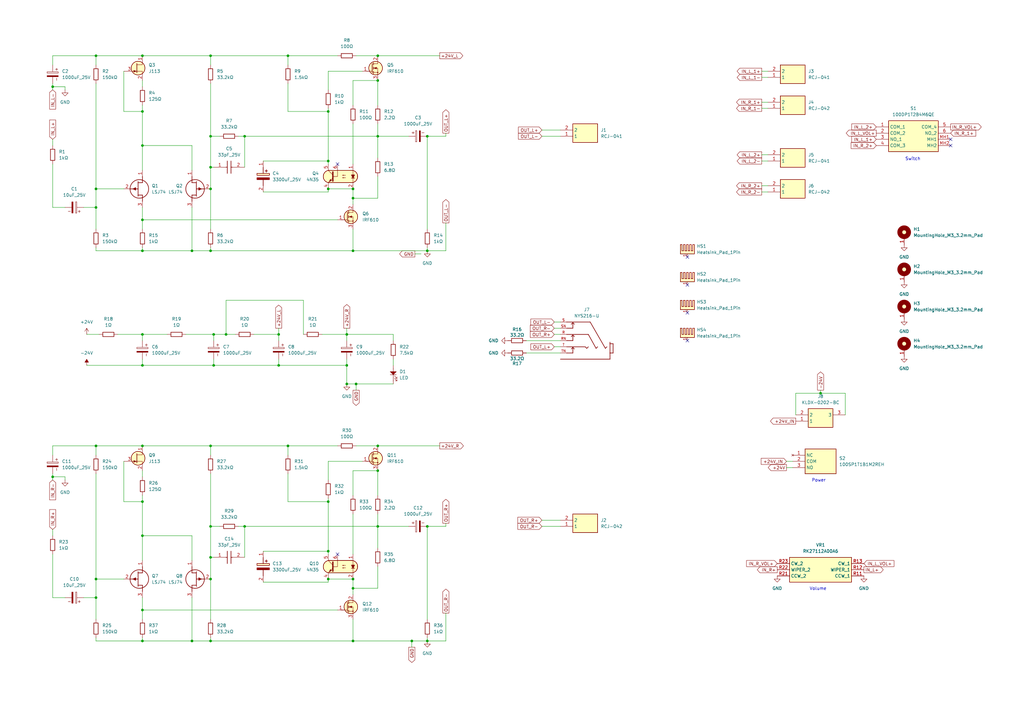
<source format=kicad_sch>
(kicad_sch (version 20231120) (generator "eeschema") (generator_version "8.0")
  (paper "A3")
  (junction (at 39.37 22.86))
  (junction (at 21.59 195.58))
  (junction (at 86.36 228.6))
  (junction (at 21.59 35.56))
  (junction (at 146.05 157.48))
  (junction (at 154.94 33.02))
  (junction (at 58.42 102.87))
  (junction (at 134.62 237.49))
  (junction (at 58.42 137.16))
  (junction (at 175.26 55.88))
  (junction (at 144.78 262.89))
  (junction (at 114.3 137.16))
  (junction (at 86.36 102.87))
  (junction (at 336.55 161.29))
  (junction (at 39.37 237.49))
  (junction (at 39.37 245.11))
  (junction (at 58.42 45.72))
  (junction (at 39.37 77.47))
  (junction (at 58.42 149.86))
  (junction (at 58.42 262.89))
  (junction (at 144.78 77.47))
  (junction (at 144.78 237.49))
  (junction (at 175.26 102.87))
  (junction (at 168.91 262.89))
  (junction (at 154.94 193.04))
  (junction (at 86.36 77.47))
  (junction (at 58.42 90.17))
  (junction (at 114.3 149.86))
  (junction (at 154.94 182.88))
  (junction (at 142.24 149.86))
  (junction (at 175.26 262.89))
  (junction (at 86.36 55.88))
  (junction (at 58.42 22.86))
  (junction (at 86.36 68.58))
  (junction (at 86.36 182.88))
  (junction (at 58.42 205.74))
  (junction (at 142.24 157.48))
  (junction (at 58.42 219.71))
  (junction (at 92.71 137.16))
  (junction (at 154.94 55.88))
  (junction (at 100.33 55.88))
  (junction (at 39.37 182.88))
  (junction (at 39.37 85.09))
  (junction (at 134.62 226.06))
  (junction (at 87.63 137.16))
  (junction (at 78.74 102.87))
  (junction (at 86.36 215.9))
  (junction (at 175.26 215.9))
  (junction (at 78.74 262.89))
  (junction (at 154.94 22.86))
  (junction (at 58.42 182.88))
  (junction (at 154.94 215.9))
  (junction (at 58.42 250.19))
  (junction (at 134.62 205.74))
  (junction (at 134.62 77.47))
  (junction (at 86.36 237.49))
  (junction (at 86.36 22.86))
  (junction (at 144.78 102.87))
  (junction (at 58.42 59.69))
  (junction (at 87.63 149.86))
  (junction (at 118.11 182.88))
  (junction (at 134.62 45.72))
  (junction (at 142.24 137.16))
  (junction (at 144.78 81.28))
  (junction (at 118.11 22.86))
  (junction (at 86.36 262.89))
  (junction (at 100.33 215.9))
  (junction (at 144.78 241.3))
  (junction (at 134.62 66.04))
  (no_connect (at 138.43 67.31))
  (no_connect (at 138.43 227.33))
  (no_connect (at 389.89 59.69))
  (no_connect (at 281.94 139.7))
  (no_connect (at 281.94 105.41))
  (no_connect (at 281.94 116.84))
  (no_connect (at 281.94 128.27))
  (no_connect (at 389.89 57.15))
  (wire (pts (xy 144.78 102.87) (xy 86.36 102.87)))
  (wire (pts (xy 87.63 137.16) (xy 92.71 137.16)))
  (wire (pts (xy 222.25 55.88) (xy 229.87 55.88)))
  (wire (pts (xy 154.94 33.02) (xy 154.94 43.18)))
  (wire (pts (xy 50.8 29.21) (xy 50.8 45.72)))
  (wire (pts (xy 21.59 22.86) (xy 21.59 26.67)))
  (wire (pts (xy 100.33 215.9) (xy 154.94 215.9)))
  (wire (pts (xy 86.36 55.88) (xy 86.36 68.58)))
  (wire (pts (xy 326.39 161.29) (xy 326.39 170.18)))
  (wire (pts (xy 144.78 102.87) (xy 175.26 102.87)))
  (wire (pts (xy 21.59 57.15) (xy 21.59 59.69)))
  (wire (pts (xy 21.59 217.17) (xy 21.59 219.71)))
  (wire (pts (xy 86.36 261.62) (xy 86.36 262.89)))
  (wire (pts (xy 58.42 205.74) (xy 58.42 219.71)))
  (wire (pts (xy 21.59 35.56) (xy 26.67 35.56)))
  (wire (pts (xy 144.78 210.82) (xy 144.78 227.33)))
  (wire (pts (xy 142.24 137.16) (xy 161.29 137.16)))
  (wire (pts (xy 86.36 186.69) (xy 86.36 182.88)))
  (wire (pts (xy 50.8 205.74) (xy 58.42 205.74)))
  (wire (pts (xy 312.42 76.2) (xy 314.96 76.2)))
  (wire (pts (xy 154.94 50.8) (xy 154.94 55.88)))
  (wire (pts (xy 134.62 45.72) (xy 134.62 66.04)))
  (wire (pts (xy 39.37 34.29) (xy 39.37 77.47)))
  (wire (pts (xy 146.05 157.48) (xy 146.05 160.02)))
  (wire (pts (xy 58.42 45.72) (xy 58.42 59.69)))
  (wire (pts (xy 154.94 232.41) (xy 154.94 241.3)))
  (wire (pts (xy 134.62 237.49) (xy 144.78 237.49)))
  (wire (pts (xy 58.42 219.71) (xy 58.42 229.87)))
  (wire (pts (xy 144.78 81.28) (xy 154.94 81.28)))
  (wire (pts (xy 39.37 22.86) (xy 39.37 26.67)))
  (wire (pts (xy 26.67 195.58) (xy 26.67 196.85)))
  (wire (pts (xy 39.37 77.47) (xy 39.37 85.09)))
  (wire (pts (xy 312.42 63.5) (xy 314.96 63.5)))
  (wire (pts (xy 144.78 254) (xy 144.78 262.89)))
  (wire (pts (xy 107.95 78.74) (xy 134.62 78.74)))
  (wire (pts (xy 87.63 68.58) (xy 86.36 68.58)))
  (wire (pts (xy 144.78 33.02) (xy 154.94 33.02)))
  (wire (pts (xy 21.59 34.29) (xy 21.59 35.56)))
  (wire (pts (xy 78.74 219.71) (xy 58.42 219.71)))
  (wire (pts (xy 58.42 33.02) (xy 58.42 35.56)))
  (wire (pts (xy 161.29 147.32) (xy 161.29 149.86)))
  (wire (pts (xy 154.94 215.9) (xy 167.64 215.9)))
  (wire (pts (xy 227.33 134.62) (xy 229.87 134.62)))
  (wire (pts (xy 182.88 55.88) (xy 175.26 55.88)))
  (wire (pts (xy 86.36 101.6) (xy 86.36 102.87)))
  (wire (pts (xy 175.26 55.88) (xy 175.26 93.98)))
  (wire (pts (xy 68.58 137.16) (xy 58.42 137.16)))
  (wire (pts (xy 346.71 170.18) (xy 346.71 161.29)))
  (wire (pts (xy 21.59 182.88) (xy 39.37 182.88)))
  (wire (pts (xy 312.42 41.91) (xy 314.96 41.91)))
  (wire (pts (xy 114.3 137.16) (xy 114.3 139.7)))
  (wire (pts (xy 142.24 149.86) (xy 114.3 149.86)))
  (wire (pts (xy 58.42 85.09) (xy 58.42 90.17)))
  (wire (pts (xy 134.62 36.83) (xy 134.62 29.21)))
  (wire (pts (xy 134.62 77.47) (xy 144.78 77.47)))
  (wire (pts (xy 134.62 238.76) (xy 134.62 237.49)))
  (wire (pts (xy 154.94 215.9) (xy 154.94 224.79)))
  (wire (pts (xy 58.42 250.19) (xy 58.42 254)))
  (wire (pts (xy 154.94 193.04) (xy 154.94 203.2)))
  (wire (pts (xy 78.74 229.87) (xy 78.74 219.71)))
  (wire (pts (xy 118.11 205.74) (xy 134.62 205.74)))
  (wire (pts (xy 86.36 237.49) (xy 86.36 254)))
  (wire (pts (xy 21.59 194.31) (xy 21.59 195.58)))
  (wire (pts (xy 76.2 137.16) (xy 87.63 137.16)))
  (wire (pts (xy 144.78 262.89) (xy 86.36 262.89)))
  (wire (pts (xy 132.08 137.16) (xy 142.24 137.16)))
  (wire (pts (xy 58.42 137.16) (xy 48.26 137.16)))
  (wire (pts (xy 146.05 182.88) (xy 154.94 182.88)))
  (wire (pts (xy 175.26 101.6) (xy 175.26 102.87)))
  (wire (pts (xy 114.3 134.62) (xy 114.3 137.16)))
  (wire (pts (xy 39.37 182.88) (xy 58.42 182.88)))
  (wire (pts (xy 39.37 102.87) (xy 58.42 102.87)))
  (wire (pts (xy 86.36 34.29) (xy 86.36 55.88)))
  (wire (pts (xy 86.36 194.31) (xy 86.36 215.9)))
  (wire (pts (xy 78.74 69.85) (xy 78.74 59.69)))
  (wire (pts (xy 21.59 85.09) (xy 26.67 85.09)))
  (wire (pts (xy 161.29 137.16) (xy 161.29 139.7)))
  (wire (pts (xy 144.78 241.3) (xy 144.78 243.84)))
  (wire (pts (xy 118.11 194.31) (xy 118.11 205.74)))
  (wire (pts (xy 92.71 137.16) (xy 96.52 137.16)))
  (wire (pts (xy 168.91 262.89) (xy 168.91 265.43)))
  (wire (pts (xy 86.36 182.88) (xy 118.11 182.88)))
  (wire (pts (xy 322.58 191.77) (xy 325.12 191.77)))
  (wire (pts (xy 144.78 43.18) (xy 144.78 33.02)))
  (wire (pts (xy 312.42 78.74) (xy 314.96 78.74)))
  (wire (pts (xy 144.78 93.98) (xy 144.78 102.87)))
  (wire (pts (xy 175.26 261.62) (xy 175.26 262.89)))
  (wire (pts (xy 21.59 22.86) (xy 39.37 22.86)))
  (wire (pts (xy 58.42 90.17) (xy 138.43 90.17)))
  (wire (pts (xy 346.71 161.29) (xy 336.55 161.29)))
  (wire (pts (xy 114.3 149.86) (xy 87.63 149.86)))
  (wire (pts (xy 227.33 142.24) (xy 229.87 142.24)))
  (wire (pts (xy 134.62 205.74) (xy 134.62 226.06)))
  (wire (pts (xy 97.79 55.88) (xy 100.33 55.88)))
  (wire (pts (xy 39.37 102.87) (xy 39.37 101.6)))
  (wire (pts (xy 100.33 68.58) (xy 100.33 55.88)))
  (wire (pts (xy 21.59 227.33) (xy 21.59 245.11)))
  (wire (pts (xy 21.59 182.88) (xy 21.59 186.69)))
  (wire (pts (xy 134.62 78.74) (xy 134.62 77.47)))
  (wire (pts (xy 182.88 91.44) (xy 182.88 102.87)))
  (wire (pts (xy 86.36 26.67) (xy 86.36 22.86)))
  (wire (pts (xy 134.62 189.23) (xy 148.59 189.23)))
  (wire (pts (xy 154.94 182.88) (xy 180.34 182.88)))
  (wire (pts (xy 78.74 85.09) (xy 78.74 102.87)))
  (wire (pts (xy 144.78 193.04) (xy 154.94 193.04)))
  (wire (pts (xy 58.42 137.16) (xy 58.42 139.7)))
  (wire (pts (xy 90.17 55.88) (xy 86.36 55.88)))
  (wire (pts (xy 39.37 262.89) (xy 58.42 262.89)))
  (wire (pts (xy 134.62 204.47) (xy 134.62 205.74)))
  (wire (pts (xy 182.88 251.46) (xy 182.88 262.89)))
  (wire (pts (xy 146.05 157.48) (xy 142.24 157.48)))
  (wire (pts (xy 86.36 68.58) (xy 86.36 77.47)))
  (wire (pts (xy 39.37 262.89) (xy 39.37 261.62)))
  (wire (pts (xy 34.29 245.11) (xy 39.37 245.11)))
  (wire (pts (xy 58.42 101.6) (xy 58.42 102.87)))
  (wire (pts (xy 172.72 104.14) (xy 170.18 104.14)))
  (wire (pts (xy 144.78 241.3) (xy 154.94 241.3)))
  (wire (pts (xy 154.94 55.88) (xy 167.64 55.88)))
  (wire (pts (xy 90.17 215.9) (xy 86.36 215.9)))
  (wire (pts (xy 58.42 182.88) (xy 86.36 182.88)))
  (wire (pts (xy 58.42 102.87) (xy 78.74 102.87)))
  (wire (pts (xy 144.78 77.47) (xy 144.78 81.28)))
  (wire (pts (xy 78.74 102.87) (xy 86.36 102.87)))
  (wire (pts (xy 86.36 77.47) (xy 86.36 93.98)))
  (wire (pts (xy 21.59 67.31) (xy 21.59 85.09)))
  (wire (pts (xy 124.46 123.19) (xy 92.71 123.19)))
  (wire (pts (xy 35.56 137.16) (xy 40.64 137.16)))
  (wire (pts (xy 58.42 43.18) (xy 58.42 45.72)))
  (wire (pts (xy 58.42 90.17) (xy 58.42 93.98)))
  (wire (pts (xy 142.24 137.16) (xy 142.24 139.7)))
  (wire (pts (xy 118.11 22.86) (xy 138.43 22.86)))
  (wire (pts (xy 107.95 66.04) (xy 134.62 66.04)))
  (wire (pts (xy 26.67 35.56) (xy 26.67 36.83)))
  (wire (pts (xy 154.94 22.86) (xy 180.34 22.86)))
  (wire (pts (xy 34.29 85.09) (xy 39.37 85.09)))
  (wire (pts (xy 142.24 157.48) (xy 142.24 149.86)))
  (wire (pts (xy 58.42 262.89) (xy 78.74 262.89)))
  (wire (pts (xy 144.78 203.2) (xy 144.78 193.04)))
  (wire (pts (xy 87.63 149.86) (xy 58.42 149.86)))
  (wire (pts (xy 227.33 137.16) (xy 229.87 137.16)))
  (wire (pts (xy 87.63 147.32) (xy 87.63 149.86)))
  (wire (pts (xy 39.37 237.49) (xy 50.8 237.49)))
  (wire (pts (xy 118.11 186.69) (xy 118.11 182.88)))
  (wire (pts (xy 100.33 55.88) (xy 154.94 55.88)))
  (wire (pts (xy 134.62 29.21) (xy 148.59 29.21)))
  (wire (pts (xy 50.8 45.72) (xy 58.42 45.72)))
  (wire (pts (xy 39.37 85.09) (xy 39.37 93.98)))
  (wire (pts (xy 78.74 245.11) (xy 78.74 262.89)))
  (wire (pts (xy 222.25 215.9) (xy 229.87 215.9)))
  (wire (pts (xy 154.94 210.82) (xy 154.94 215.9)))
  (wire (pts (xy 39.37 194.31) (xy 39.37 237.49)))
  (wire (pts (xy 39.37 22.86) (xy 58.42 22.86)))
  (wire (pts (xy 86.36 22.86) (xy 118.11 22.86)))
  (wire (pts (xy 154.94 55.88) (xy 154.94 64.77)))
  (wire (pts (xy 215.9 144.78) (xy 229.87 144.78)))
  (wire (pts (xy 39.37 77.47) (xy 50.8 77.47)))
  (wire (pts (xy 182.88 214.63) (xy 182.88 215.9)))
  (wire (pts (xy 144.78 262.89) (xy 168.91 262.89)))
  (wire (pts (xy 134.62 196.85) (xy 134.62 189.23)))
  (wire (pts (xy 168.91 262.89) (xy 175.26 262.89)))
  (wire (pts (xy 78.74 262.89) (xy 86.36 262.89)))
  (wire (pts (xy 134.62 226.06) (xy 134.62 227.33)))
  (wire (pts (xy 100.33 228.6) (xy 100.33 215.9)))
  (wire (pts (xy 21.59 35.56) (xy 21.59 36.83)))
  (wire (pts (xy 182.88 215.9) (xy 175.26 215.9)))
  (wire (pts (xy 144.78 50.8) (xy 144.78 67.31)))
  (wire (pts (xy 58.42 261.62) (xy 58.42 262.89)))
  (wire (pts (xy 21.59 245.11) (xy 26.67 245.11)))
  (wire (pts (xy 215.9 139.7) (xy 229.87 139.7)))
  (wire (pts (xy 144.78 81.28) (xy 144.78 83.82)))
  (wire (pts (xy 146.05 22.86) (xy 154.94 22.86)))
  (wire (pts (xy 312.42 66.04) (xy 314.96 66.04)))
  (wire (pts (xy 182.88 54.61) (xy 182.88 55.88)))
  (wire (pts (xy 86.36 228.6) (xy 86.36 237.49)))
  (wire (pts (xy 134.62 66.04) (xy 134.62 67.31)))
  (wire (pts (xy 107.95 238.76) (xy 134.62 238.76)))
  (wire (pts (xy 222.25 213.36) (xy 229.87 213.36)))
  (wire (pts (xy 118.11 26.67) (xy 118.11 22.86)))
  (wire (pts (xy 161.29 157.48) (xy 146.05 157.48)))
  (wire (pts (xy 39.37 182.88) (xy 39.37 186.69)))
  (wire (pts (xy 58.42 59.69) (xy 58.42 69.85)))
  (wire (pts (xy 124.46 137.16) (xy 124.46 123.19)))
  (wire (pts (xy 114.3 147.32) (xy 114.3 149.86)))
  (wire (pts (xy 58.42 203.2) (xy 58.42 205.74)))
  (wire (pts (xy 58.42 22.86) (xy 86.36 22.86)))
  (wire (pts (xy 87.63 228.6) (xy 86.36 228.6)))
  (wire (pts (xy 142.24 147.32) (xy 142.24 149.86)))
  (wire (pts (xy 92.71 123.19) (xy 92.71 137.16)))
  (wire (pts (xy 227.33 132.08) (xy 229.87 132.08)))
  (wire (pts (xy 142.24 134.62) (xy 142.24 137.16)))
  (wire (pts (xy 175.26 215.9) (xy 175.26 254)))
  (wire (pts (xy 118.11 182.88) (xy 138.43 182.88)))
  (wire (pts (xy 154.94 72.39) (xy 154.94 81.28)))
  (wire (pts (xy 39.37 245.11) (xy 39.37 254)))
  (wire (pts (xy 312.42 44.45) (xy 314.96 44.45)))
  (wire (pts (xy 322.58 189.23) (xy 325.12 189.23)))
  (wire (pts (xy 222.25 53.34) (xy 229.87 53.34)))
  (wire (pts (xy 35.56 149.86) (xy 58.42 149.86)))
  (wire (pts (xy 312.42 29.21) (xy 314.96 29.21)))
  (wire (pts (xy 39.37 237.49) (xy 39.37 245.11)))
  (wire (pts (xy 336.55 161.29) (xy 326.39 161.29)))
  (wire (pts (xy 78.74 59.69) (xy 58.42 59.69)))
  (wire (pts (xy 104.14 137.16) (xy 114.3 137.16)))
  (wire (pts (xy 134.62 44.45) (xy 134.62 45.72)))
  (wire (pts (xy 58.42 245.11) (xy 58.42 250.19)))
  (wire (pts (xy 97.79 215.9) (xy 100.33 215.9)))
  (wire (pts (xy 336.55 160.02) (xy 336.55 161.29)))
  (wire (pts (xy 21.59 195.58) (xy 21.59 196.85)))
  (wire (pts (xy 175.26 262.89) (xy 182.88 262.89)))
  (wire (pts (xy 58.42 193.04) (xy 58.42 195.58)))
  (wire (pts (xy 21.59 195.58) (xy 26.67 195.58)))
  (wire (pts (xy 58.42 250.19) (xy 138.43 250.19)))
  (wire (pts (xy 50.8 189.23) (xy 50.8 205.74)))
  (wire (pts (xy 86.36 215.9) (xy 86.36 228.6)))
  (wire (pts (xy 107.95 226.06) (xy 134.62 226.06)))
  (wire (pts (xy 312.42 31.75) (xy 314.96 31.75)))
  (wire (pts (xy 144.78 237.49) (xy 144.78 241.3)))
  (wire (pts (xy 58.42 147.32) (xy 58.42 149.86)))
  (wire (pts (xy 87.63 139.7) (xy 87.63 137.16)))
  (wire (pts (xy 118.11 45.72) (xy 134.62 45.72)))
  (wire (pts (xy 175.26 102.87) (xy 182.88 102.87)))
  (wire (pts (xy 118.11 34.29) (xy 118.11 45.72)))
  (text "Power" (at 335.788 197.104 0) (effects (font (size 1.27 1.27))))
  (text "Switch" (at 374.396 65.278 0) (effects (font (size 1.27 1.27))))
  (text "Volume" (at 335.534 241.554 0) (effects (font (size 1.27 1.27))))
  (global_label "IN_R_VOL+" (shape output) (at 389.89 52.07 0) (property "Intersheetrefs" "${INTERSHEET_REFS}" (effects (hide yes))))
  (global_label "IN_R_2-" (shape output) (at 312.42 78.74 180) (property "Intersheetrefs" "${INTERSHEET_REFS}" (effects (hide yes))))
  (global_label "IN_L_1+" (shape input) (at 359.41 57.15 180) (property "Intersheetrefs" "${INTERSHEET_REFS}" (effects (hide yes))))
  (global_label "OUT_R-" (shape input) (at 227.33 134.62 180) (property "Intersheetrefs" "${INTERSHEET_REFS}" (effects (hide yes))))
  (global_label "IN_L+" (shape output) (at 354.33 233.68 0) (property "Intersheetrefs" "${INTERSHEET_REFS}" (effects (hide yes))))
  (global_label "OUT_L+" (shape input) (at 227.33 142.24 180) (property "Intersheetrefs" "${INTERSHEET_REFS}" (effects (hide yes))))
  (global_label "IN_L_1+" (shape output) (at 312.42 29.21 180) (property "Intersheetrefs" "${INTERSHEET_REFS}" (effects (hide yes))))
  (global_label "+24V" (shape output) (at 322.58 191.77 180) (property "Intersheetrefs" "${INTERSHEET_REFS}" (effects (hide yes))))
  (global_label "OUT_L+" (shape output) (at 182.88 54.61 90) (property "Intersheetrefs" "${INTERSHEET_REFS}" (effects (hide yes))))
  (global_label "IN_L_2-" (shape output) (at 312.42 66.04 180) (property "Intersheetrefs" "${INTERSHEET_REFS}" (effects (hide yes))))
  (global_label "IN_L_VOL+" (shape input) (at 354.33 231.14 0) (property "Intersheetrefs" "${INTERSHEET_REFS}" (effects (hide yes))))
  (global_label "GND" (shape output) (at 168.91 265.43 270) (property "Intersheetrefs" "${INTERSHEET_REFS}" (effects (hide yes))))
  (global_label "OUT_L-" (shape output) (at 182.88 91.44 90) (property "Intersheetrefs" "${INTERSHEET_REFS}" (effects (hide yes))))
  (global_label "+24V_IN" (shape output) (at 326.39 172.72 180) (property "Intersheetrefs" "${INTERSHEET_REFS}" (effects (hide yes))))
  (global_label "OUT_R-" (shape input) (at 222.25 215.9 180) (property "Intersheetrefs" "${INTERSHEET_REFS}" (effects (hide yes))))
  (global_label "IN_L_1-" (shape output) (at 312.42 31.75 180) (property "Intersheetrefs" "${INTERSHEET_REFS}" (effects (hide yes))))
  (global_label "IN_L_VOL+" (shape output) (at 359.41 54.61 180) (property "Intersheetrefs" "${INTERSHEET_REFS}" (effects (hide yes))))
  (global_label "+24V_IN" (shape input) (at 322.58 189.23 180) (property "Intersheetrefs" "${INTERSHEET_REFS}" (effects (hide yes))))
  (global_label "OUT_L-" (shape input) (at 227.33 132.08 180) (property "Intersheetrefs" "${INTERSHEET_REFS}" (effects (hide yes))))
  (global_label "OUT_R+" (shape input) (at 222.25 213.36 180) (property "Intersheetrefs" "${INTERSHEET_REFS}" (effects (hide yes))))
  (global_label "IN_R+" (shape output) (at 318.77 233.68 180) (property "Intersheetrefs" "${INTERSHEET_REFS}" (effects (hide yes))))
  (global_label "IN_R_2+" (shape output) (at 312.42 76.2 180) (property "Intersheetrefs" "${INTERSHEET_REFS}" (effects (hide yes))))
  (global_label "OUT_R+" (shape input) (at 227.33 137.16 180) (property "Intersheetrefs" "${INTERSHEET_REFS}" (effects (hide yes))))
  (global_label "IN_L_2+" (shape input) (at 359.41 52.07 180) (property "Intersheetrefs" "${INTERSHEET_REFS}" (effects (hide yes))))
  (global_label "IN_L+" (shape input) (at 21.59 57.15 90) (property "Intersheetrefs" "${INTERSHEET_REFS}" (effects (hide yes))))
  (global_label "+24V_L" (shape output) (at 180.34 22.86 0) (property "Intersheetrefs" "${INTERSHEET_REFS}" (effects (hide yes))))
  (global_label "GND" (shape output) (at 146.05 160.02 270) (property "Intersheetrefs" "${INTERSHEET_REFS}" (effects (hide yes))))
  (global_label "+24V_L" (shape output) (at 114.3 134.62 90) (property "Intersheetrefs" "${INTERSHEET_REFS}" (effects (hide yes))))
  (global_label "IN_R_1-" (shape output) (at 312.42 44.45 180) (property "Intersheetrefs" "${INTERSHEET_REFS}" (effects (hide yes))))
  (global_label "+24V_R" (shape output) (at 142.24 134.62 90) (property "Intersheetrefs" "${INTERSHEET_REFS}" (effects (hide yes))))
  (global_label "IN_R+" (shape input) (at 21.59 217.17 90) (property "Intersheetrefs" "${INTERSHEET_REFS}" (effects (hide yes))))
  (global_label "OUT_R-" (shape output) (at 182.88 251.46 90) (property "Intersheetrefs" "${INTERSHEET_REFS}" (effects (hide yes))))
  (global_label "IN_R_1+" (shape output) (at 312.42 41.91 180) (property "Intersheetrefs" "${INTERSHEET_REFS}" (effects (hide yes))))
  (global_label "IN_R-" (shape input) (at 21.59 196.85 270) (property "Intersheetrefs" "${INTERSHEET_REFS}" (effects (hide yes))))
  (global_label "-24V" (shape output) (at 336.55 160.02 90) (property "Intersheetrefs" "${INTERSHEET_REFS}" (effects (hide yes))))
  (global_label "OUT_L-" (shape input) (at 222.25 55.88 180) (property "Intersheetrefs" "${INTERSHEET_REFS}" (effects (hide yes))))
  (global_label "OUT_L+" (shape input) (at 222.25 53.34 180) (property "Intersheetrefs" "${INTERSHEET_REFS}" (effects (hide yes))))
  (global_label "GND" (shape output) (at 170.18 104.14 180) (property "Intersheetrefs" "${INTERSHEET_REFS}" (effects (hide yes))))
  (global_label "IN_R_VOL+" (shape input) (at 318.77 231.14 180) (property "Intersheetrefs" "${INTERSHEET_REFS}" (effects (hide yes))))
  (global_label "+24V_R" (shape output) (at 180.34 182.88 0) (property "Intersheetrefs" "${INTERSHEET_REFS}" (effects (hide yes))))
  (global_label "IN_R_2+" (shape input) (at 359.41 59.69 180) (property "Intersheetrefs" "${INTERSHEET_REFS}" (effects (hide yes))))
  (global_label "OUT_R+" (shape output) (at 182.88 214.63 90) (property "Intersheetrefs" "${INTERSHEET_REFS}" (effects (hide yes))))
  (global_label "IN_L_2+" (shape output) (at 312.42 63.5 180) (property "Intersheetrefs" "${INTERSHEET_REFS}" (effects (hide yes))))
  (global_label "IN_R_1+" (shape input) (at 389.89 54.61 0) (property "Intersheetrefs" "${INTERSHEET_REFS}" (effects (hide yes))))
  (global_label "IN_L-" (shape input) (at 21.59 36.83 270) (property "Intersheetrefs" "${INTERSHEET_REFS}" (effects (hide yes))))
  (symbol (lib_id "PCM_SL_Resistors:1k") (at 175.26 257.81 90) (unit 1)
    (property "Reference" "R36" (at 177.8 256.5399 90) (effects (justify right)))
    (property "Value" "1kΩ" (at 177.8 259.0799 90) (effects (justify right)))
    (property "Footprint" "Resistor_THT:R_Axial_DIN0207_L6.3mm_D2.5mm_P10.16mm_Horizontal" (effects (hide yes)))
    (property "Description" "1kΩ, 1/2W 1% Resistor" (effects (hide yes)))
  )
  (symbol (lib_id "PCM_SL_Resistors:0ohm") (at 154.94 68.58 90) (unit 1)
    (property "Reference" "R13" (at 157.48 67.3099 90) (effects (justify right)))
    (property "Value" "6.8Ω" (at 157.48 69.8499 90) (effects (justify right)))
    (property "Footprint" "Resistor_THT:R_Axial_DIN0207_L6.3mm_D2.5mm_P10.16mm_Horizontal" (effects (hide yes)))
    (property "Description" "6.8Ω, 1/2W 1% Resistor" (effects (hide yes)))
  )
  (symbol (lib_id "PCM_SL_Capacitors:1000uF_25V") (at 114.3 143.51 270) (unit 1)
    (property "Reference" "C8" (at 118.11 142.2399 90) (effects (justify left)))
    (property "Value" "1000uF_25V" (at 118.11 144.7799 90) (effects (justify left)))
    (property "Footprint" "Capacitor_THT:CP_Radial_D13.0mm_P5.00mm" (effects (hide yes)))
    (property "Description" "1000uF, 25V Electrolytic Capacitor" (effects (hide yes)))
  )
  (symbol (lib_id "PCM_SL_Resistors:33ohm") (at 212.09 144.78 180) (unit 1)
    (property "Reference" "R17" (at 212.09 149.098 0))
    (property "Value" "33.2Ω" (at 212.09 147.066 0))
    (property "Footprint" "Resistor_THT:R_Axial_DIN0207_L6.3mm_D2.5mm_P10.16mm_Horizontal" (effects (hide yes)))
    (property "Description" "33.2Ω, 1/2W 1% Resistor" (effects (hide yes)))
  )
  (symbol (lib_id "Samacsys:RCJ-041") (at 314.96 76.2 0) (unit 1)
    (property "Reference" "J6" (at 331.47 76.1999 0) (effects (justify left)))
    (property "Value" "RCJ-042" (at 331.47 78.7399 0) (effects (justify left)))
    (property "Footprint" "Samacsys:RCJ041" (effects (hide yes)))
    (property "Datasheet" "https://www.mouser.se/datasheet/2/1628/rcj_04-3510956.pdf" (effects (hide yes)))
    (property "Description" "RCA Phono Connectors RCA Connectors" (effects (hide yes)))
    (property "Height" "13" (effects (hide yes)))
    (property "RS Part Number" "2596603P" (effects (hide yes)))
    (property "RS Price/Stock" "http://uk.rs-online.com/web/p/products/2596603P" (effects (hide yes)))
    (property "Manufacturer_Name" "Same Sky" (effects (hide yes)))
    (property "Manufacturer_Part_Number" "RCJ-042" (effects (hide yes)))
  )
  (symbol (lib_id "PCM_SL_Resistors:100ohm") (at 142.24 182.88 0) (unit 1)
    (property "Reference" "R30" (at 142.24 176.53 0))
    (property "Value" "100Ω" (at 142.24 179.07 0))
    (property "Footprint" "Resistor_THT:R_Axial_DIN0207_L6.3mm_D2.5mm_P10.16mm_Horizontal" (effects (hide yes)))
    (property "Description" "100Ω, 1/2W 1% Resistor" (effects (hide yes)))
  )
  (symbol (lib_id "Samacsys:RK27112A00A6") (at 318.77 231.14 0) (unit 1)
    (property "Reference" "VR1" (at 336.55 223.52 0))
    (property "Value" "RK27112A00A6" (at 336.55 226.06 0))
    (property "Footprint" "Samacsys:RK27112A00A6" (effects (hide yes)))
    (property "Datasheet" "http://uk.rs-online.com/web/p/products/2633258" (effects (hide yes)))
    (property "Description" "Alps Alpine 20k Rotary Carbon Film Potentiometer, Panel Mount (Through Hole)" (effects (hide yes)))
    (property "Height" "24.5" (effects (hide yes)))
    (property "RS Part Number" "2633258" (effects (hide yes)))
    (property "RS Price/Stock" "http://uk.rs-online.com/web/p/products/2633258" (effects (hide yes)))
    (property "Manufacturer_Name" "ALPS Electric" (effects (hide yes)))
    (property "Manufacturer_Part_Number" "RK27112A00A6" (effects (hide yes)))
  )
  (symbol (lib_id "power:GND") (at 370.84 146.05 0) (unit 1)
    (property "Reference" "#PWR016" (effects (hide yes)))
    (property "Value" "GND" (at 370.84 151.13 0))
    (property "Description" "Power symbol creates a global label with name \"GND\" , ground" (effects (hide yes)))
  )
  (symbol (lib_id "Samacsys:LSJ74") (at 50.8 77.47 0) (unit 1)
    (property "Reference" "Q1" (at 62.23 76.1999 0) (effects (justify left)))
    (property "Value" "LSJ74" (at 62.23 78.7399 0) (effects (justify left)))
    (property "Footprint" "PCM_Package_TO_SOT_THT_AKL:TO-92_Inline_Wide_DSG" (effects (hide yes)))
    (property "Datasheet" "https://4donline.ihs.com/images/VipMasterIC/IC/LISI/LISI-S-A0004201436/LISI-S-A0004201436-1.pdf?hkey=EF798316E3902B6ED9A73243A3159BB0" (effects (hide yes)))
    (property "Description" "ULTRA LOW NOISE SINGLE P-CHANNEL JFET" (effects (hide yes)))
    (property "Height" "3.302" (effects (hide yes)))
    (property "Manufacturer_Name" "Linear Integrated Systems" (effects (hide yes)))
    (property "Manufacturer_Part_Number" "LSJ74" (effects (hide yes)))
  )
  (symbol (lib_id "PCM_SL_Resistors:0ohm") (at 100.33 137.16 0) (unit 1)
    (property "Reference" "R20" (at 100.33 130.81 0))
    (property "Value" "1Ω" (at 100.33 133.35 0))
    (property "Footprint" "Resistor_THT:R_Axial_DIN0207_L6.3mm_D2.5mm_P10.16mm_Horizontal" (effects (hide yes)))
    (property "Description" "1Ω, 3W 1% Resistor" (effects (hide yes)))
  )
  (symbol (lib_id "PCM_SL_Resistors:1k") (at 134.62 200.66 90) (unit 1)
    (property "Reference" "R32" (at 137.16 199.3899 90) (effects (justify right)))
    (property "Value" "1kΩ" (at 137.16 201.9299 90) (effects (justify right)))
    (property "Footprint" "Resistor_THT:R_Axial_DIN0207_L6.3mm_D2.5mm_P10.16mm_Horizontal" (effects (hide yes)))
    (property "Description" "1kΩ, 1/2W 1% Resistor" (effects (hide yes)))
  )
  (symbol (lib_id "PCM_SL_Resistors:100ohm") (at 142.24 22.86 0) (unit 1)
    (property "Reference" "R8" (at 142.24 16.51 0))
    (property "Value" "100Ω" (at 142.24 19.05 0))
    (property "Footprint" "Resistor_THT:R_Axial_DIN0207_L6.3mm_D2.5mm_P10.16mm_Horizontal" (effects (hide yes)))
    (property "Description" "100Ω, 1/2W 1% Resistor" (effects (hide yes)))
  )
  (symbol (lib_id "PCM_SL_Capacitors:1000uF_25V") (at 171.45 55.88 0) (unit 1)
    (property "Reference" "C3" (at 171.45 48.26 0))
    (property "Value" "1000uF_25V" (at 171.45 50.8 0))
    (property "Footprint" "Capacitor_THT:CP_Radial_D13.0mm_P5.00mm" (effects (hide yes)))
    (property "Description" "1000uF, 25V Audio Grade Electrolytic Capacitor" (effects (hide yes)))
  )
  (symbol (lib_id "Samacsys:UFW1E332MHD1TN") (at 107.95 66.04 270) (unit 1)
    (property "Reference" "C4" (at 111.76 71.1199 90) (effects (justify left)))
    (property "Value" "3300uF_25V" (at 111.76 73.6599 90) (effects (justify left)))
    (property "Footprint" "Samacsys:CAPPRD750W80D1625H2700" (effects (hide yes)))
    (property "Datasheet" "https://www.mouser.co.uk/datasheet/2/293/e_ufw-1511690.pdf" (effects (hide yes)))
    (property "Description" "Aluminum Electrolytic Capacitors - Radial Leaded 3300uF 25V 20%" (effects (hide yes)))
    (property "Height" "27" (effects (hide yes)))
    (property "Manufacturer_Name" "Nichicon" (effects (hide yes)))
    (property "Manufacturer_Part_Number" "UFW1E332MHD1TN" (effects (hide yes)))
  )
  (symbol (lib_id "PCM_SL_Resistors:0ohm") (at 154.94 228.6 90) (unit 1)
    (property "Reference" "R35" (at 157.48 227.3299 90) (effects (justify right)))
    (property "Value" "6.8Ω" (at 157.48 229.8699 90) (effects (justify right)))
    (property "Footprint" "Resistor_THT:R_Axial_DIN0207_L6.3mm_D2.5mm_P10.16mm_Horizontal" (effects (hide yes)))
    (property "Description" "6.8Ω, 1/2W 1% Resistor" (effects (hide yes)))
  )
  (symbol (lib_id "PCM_SL_Resistors:1k") (at 175.26 97.79 90) (unit 1)
    (property "Reference" "R14" (at 177.8 96.5199 90) (effects (justify right)))
    (property "Value" "1kΩ" (at 177.8 99.0599 90) (effects (justify right)))
    (property "Footprint" "Resistor_THT:R_Axial_DIN0207_L6.3mm_D2.5mm_P10.16mm_Horizontal" (effects (hide yes)))
    (property "Description" "1kΩ, 1/2W 1% Resistor" (effects (hide yes)))
  )
  (symbol (lib_id "PCM_SL_Resistors:1k") (at 21.59 223.52 90) (unit 1)
    (property "Reference" "R23" (at 24.13 222.2499 90) (effects (justify right)))
    (property "Value" "1kΩ" (at 24.13 224.7899 90) (effects (justify right)))
    (property "Footprint" "Resistor_THT:R_Axial_DIN0207_L6.3mm_D2.5mm_P10.16mm_Horizontal" (effects (hide yes)))
    (property "Description" "1kΩ, 1/2W 1% Resistor" (effects (hide yes)))
  )
  (symbol (lib_id "Samacsys:LSJ74") (at 86.36 237.49 0) (mirror y) (unit 1)
    (property "Reference" "Q8" (at 74.93 236.2199 0) (effects (justify left)))
    (property "Value" "LSJ74" (at 74.93 238.7599 0) (effects (justify left)))
    (property "Footprint" "PCM_Package_TO_SOT_THT_AKL:TO-92_Inline_Wide_DSG" (effects (hide yes)))
    (property "Datasheet" "https://4donline.ihs.com/images/VipMasterIC/IC/LISI/LISI-S-A0004201436/LISI-S-A0004201436-1.pdf?hkey=EF798316E3902B6ED9A73243A3159BB0" (effects (hide yes)))
    (property "Description" "ULTRA LOW NOISE SINGLE P-CHANNEL JFET" (effects (hide yes)))
    (property "Height" "3.302" (effects (hide yes)))
    (property "Manufacturer_Name" "Linear Integrated Systems" (effects (hide yes)))
    (property "Manufacturer_Part_Number" "LSJ74" (effects (hide yes)))
  )
  (symbol (lib_id "PCM_SL_Resistors:1k") (at 21.59 63.5 90) (unit 1)
    (property "Reference" "R1" (at 24.13 62.2299 90) (effects (justify right)))
    (property "Value" "1kΩ" (at 24.13 64.7699 90) (effects (justify right)))
    (property "Footprint" "Resistor_THT:R_Axial_DIN0207_L6.3mm_D2.5mm_P10.16mm_Horizontal" (effects (hide yes)))
    (property "Description" "1kΩ, 1/2W 1% Resistor" (effects (hide yes)))
  )
  (symbol (lib_id "PCM_SL_Resistors:1.5k") (at 118.11 30.48 90) (unit 1)
    (property "Reference" "R9" (at 120.65 29.2099 90) (effects (justify right)))
    (property "Value" "1.5kΩ" (at 120.65 31.7499 90) (effects (justify right)))
    (property "Footprint" "Resistor_THT:R_Axial_DIN0207_L6.3mm_D2.5mm_P10.16mm_Horizontal" (effects (hide yes)))
    (property "Description" "1.5kΩ, 1/2W 1% Resistor" (effects (hide yes)))
  )
  (symbol (lib_id "PCM_4ms_Power-symbol:GND") (at 208.28 144.78 270) (unit 1)
    (property "Reference" "#PWR05" (effects (hide yes)))
    (property "Value" "GND" (at 204.47 144.7799 90) (effects (justify right)))
  )
  (symbol (lib_id "Samacsys:UFW1E332MHD1TN") (at 107.95 226.06 270) (unit 1)
    (property "Reference" "C13" (at 111.76 231.1399 90) (effects (justify left)))
    (property "Value" "3300uF_25V" (at 111.76 233.6799 90) (effects (justify left)))
    (property "Footprint" "Samacsys:CAPPRD750W80D1625H2700" (effects (hide yes)))
    (property "Datasheet" "https://www.mouser.co.uk/datasheet/2/293/e_ufw-1511690.pdf" (effects (hide yes)))
    (property "Description" "Aluminum Electrolytic Capacitors - Radial Leaded 3300uF 25V 20%" (effects (hide yes)))
    (property "Height" "27" (effects (hide yes)))
    (property "Manufacturer_Name" "Nichicon" (effects (hide yes)))
    (property "Manufacturer_Part_Number" "UFW1E332MHD1TN" (effects (hide yes)))
  )
  (symbol (lib_id "PCM_SL_Resistors:1k") (at 134.62 40.64 90) (unit 1)
    (property "Reference" "R10" (at 137.16 39.3699 90) (effects (justify right)))
    (property "Value" "1kΩ" (at 137.16 41.9099 90) (effects (justify right)))
    (property "Footprint" "Resistor_THT:R_Axial_DIN0207_L6.3mm_D2.5mm_P10.16mm_Horizontal" (effects (hide yes)))
    (property "Description" "1kΩ, 1/2W 1% Resistor" (effects (hide yes)))
  )
  (symbol (lib_id "Samacsys:RCJ-041") (at 314.96 41.91 0) (unit 1)
    (property "Reference" "J4" (at 331.47 41.9099 0) (effects (justify left)))
    (property "Value" "RCJ-042" (at 331.47 44.4499 0) (effects (justify left)))
    (property "Footprint" "Samacsys:RCJ041" (effects (hide yes)))
    (property "Datasheet" "https://www.mouser.se/datasheet/2/1628/rcj_04-3510956.pdf" (effects (hide yes)))
    (property "Description" "RCA Phono Connectors RCA Connectors" (effects (hide yes)))
    (property "Height" "13" (effects (hide yes)))
    (property "RS Part Number" "2596603P" (effects (hide yes)))
    (property "RS Price/Stock" "http://uk.rs-online.com/web/p/products/2596603P" (effects (hide yes)))
    (property "Manufacturer_Name" "Same Sky" (effects (hide yes)))
    (property "Manufacturer_Part_Number" "RCJ-042" (effects (hide yes)))
  )
  (symbol (lib_id "PCM_SL_Mechanical:MountingHole_M3_3.2mm_Pad") (at 370.84 110.49 0) (unit 1)
    (property "Reference" "H2" (at 374.65 109.2199 0) (effects (justify left)))
    (property "Value" "MountingHole_M3_3.2mm_Pad" (at 374.65 111.7599 0) (effects (justify left)))
    (property "Footprint" "PCM_SL_Mechanical:MountingHole_3.2mm_Pad" (effects (hide yes)))
    (property "Description" "3.2mm Diameter Mounting Hole Pad (M3)" (effects (hide yes)))
  )
  (symbol (lib_id "PCM_4ms_Power-symbol:GND") (at 26.67 196.85 0) (unit 1)
    (property "Reference" "#PWR09" (effects (hide yes)))
    (property "Value" "GND" (at 26.67 201.93 0))
  )
  (symbol (lib_id "PCM_SL_Resistors:1k") (at 58.42 257.81 90) (unit 1)
    (property "Reference" "R37" (at 60.96 256.5399 90) (effects (justify right)))
    (property "Value" "1kΩ" (at 60.96 259.0799 90) (effects (justify right)))
    (property "Footprint" "Resistor_THT:R_Axial_DIN0207_L6.3mm_D2.5mm_P10.16mm_Horizontal" (effects (hide yes)))
    (property "Description" "1kΩ, 1/2W 1% Resistor" (effects (hide yes)))
  )
  (symbol (lib_id "PCM_SL_Resistors:0ohm") (at 128.27 137.16 0) (unit 1)
    (property "Reference" "R21" (at 128.27 130.81 0))
    (property "Value" "1Ω" (at 128.27 133.35 0))
    (property "Footprint" "Resistor_THT:R_Axial_DIN0207_L6.3mm_D2.5mm_P10.16mm_Horizontal" (effects (hide yes)))
    (property "Description" "1Ω, 3W 1% Resistor" (effects (hide yes)))
  )
  (symbol (lib_id "PCM_SL_Capacitors:1000uF_25V") (at 58.42 143.51 270) (unit 1)
    (property "Reference" "C6" (at 62.23 142.2399 90) (effects (justify left)))
    (property "Value" "1000uF_25V" (at 62.23 144.7799 90) (effects (justify left)))
    (property "Footprint" "Capacitor_THT:CP_Radial_D13.0mm_P5.00mm" (effects (hide yes)))
    (property "Description" "1000uF, 25V Electrolytic Capacitor" (effects (hide yes)))
  )
  (symbol (lib_id "PCM_SL_Resistors:33k") (at 93.98 215.9 180) (unit 1)
    (property "Reference" "R29" (at 93.98 209.55 0))
    (property "Value" "33.2kΩ" (at 93.98 212.09 0))
    (property "Footprint" "Resistor_THT:R_Axial_DIN0207_L6.3mm_D2.5mm_P10.16mm_Horizontal" (effects (hide yes)))
    (property "Description" "33.2kΩ, 1/2W 1% Resistor" (effects (hide yes)))
  )
  (symbol (lib_id "PCM_SL_Resistors:8.2k") (at 161.29 143.51 90) (unit 1)
    (property "Reference" "R22" (at 163.83 142.2399 90) (effects (justify right)))
    (property "Value" "7.5kΩ" (at 163.83 144.7799 90) (effects (justify right)))
    (property "Footprint" "Resistor_THT:R_Axial_DIN0207_L6.3mm_D2.5mm_P10.16mm_Horizontal" (effects (hide yes)))
    (property "Description" "7.5kΩ, 1/2W 1% Resistor" (effects (hide yes)))
  )
  (symbol (lib_id "power:-24V") (at 35.56 149.86 0) (unit 1)
    (property "Reference" "#PWR08" (effects (hide yes)))
    (property "Value" "-24V" (at 35.56 144.78 0))
    (property "Description" "Power symbol creates a global label with name \"-24V\"" (effects (hide yes)))
  )
  (symbol (lib_id "power:+24V") (at 35.56 137.16 0) (unit 1)
    (property "Reference" "#PWR07" (effects (hide yes)))
    (property "Value" "+24V" (at 35.56 132.08 0))
    (property "Description" "Power symbol creates a global label with name \"+24V\"" (effects (hide yes)))
  )
  (symbol (lib_id "Samacsys:100DP1T2B4M6QE") (at 359.41 52.07 0) (unit 1)
    (property "Reference" "S1" (at 374.65 44.45 0))
    (property "Value" "100DP1T2B4M6QE" (at 374.65 46.99 0))
    (property "Footprint" "Samacsys:100DP1T2B4M6QE" (effects (hide yes)))
    (property "Datasheet" "https://configured-product-images.s3.amazonaws.com/2D/specs/100DP1T2B4M6QE.pdf" (effects (hide yes)))
    (property "Description" "TOGGLE, 5A, 120VAC/28VDC DPDT, On-On Through Hole, Right Angle" (effects (hide yes)))
    (property "Height" "11.68" (effects (hide yes)))
    (property "Manufacturer_Name" "E-Switch" (effects (hide yes)))
    (property "Manufacturer_Part_Number" "100DP1T2B4M6QE" (effects (hide yes)))
  )
  (symbol (lib_id "PCM_SL_Resistors:1.5k") (at 118.11 190.5 90) (unit 1)
    (property "Reference" "R31" (at 120.65 189.2299 90) (effects (justify right)))
    (property "Value" "1.5kΩ" (at 120.65 191.7699 90) (effects (justify right)))
    (property "Footprint" "Resistor_THT:R_Axial_DIN0207_L6.3mm_D2.5mm_P10.16mm_Horizontal" (effects (hide yes)))
    (property "Description" "1.5kΩ, 1/2W 1% Resistor" (effects (hide yes)))
  )
  (symbol (lib_id "Samacsys:100SP1T1B1M2REH") (at 325.12 186.69 0) (unit 1)
    (property "Reference" "S2" (at 344.17 187.9599 0) (effects (justify left)))
    (property "Value" "100SP1T1B1M2REH" (at 344.17 190.4999 0) (effects (justify left)))
    (property "Footprint" "Samacsys:100SP1T1B1M2REH" (effects (hide yes)))
    (property "Datasheet" "https://configured-product-images.s3.amazonaws.com/2D/specs/100SP1T1B1M2REH.pdf" (effects (hide yes)))
    (property "Description" "TOGGLE, 0.4VA, 20VAC/VDC SPDT, On-On Panel Mount" (effects (hide yes)))
    (property "Height" "28.19" (effects (hide yes)))
    (property "Manufacturer_Name" "E-Switch" (effects (hide yes)))
    (property "Manufacturer_Part_Number" "100SP1T1B1M2REH" (effects (hide yes)))
  )
  (symbol (lib_id "PCM_Transistor_MOSFET_AKL:IRF610") (at 152.4 27.94 0) (unit 1)
    (property "Reference" "Q5" (at 158.75 26.6699 0) (effects (justify left)))
    (property "Value" "IRF610" (at 158.75 29.2099 0) (effects (justify left)))
    (property "Footprint" "PCM_Package_TO_SOT_THT_AKL:TO-220-3_Vertical_GDS" (effects (hide yes)))
    (property "Datasheet" "https://www.tme.eu/Document/1e76ca7d23e70566177e936dc5457b08/IRF610PBF.pdf" (effects (hide yes)))
    (property "Description" "TO-220 N-MOSFET enchancement mode transistor, 200V, 3.3A, 36W, Alternate KiCAD Library" (effects (hide yes)))
  )
  (symbol (lib_id "Samacsys:RCJ-041") (at 229.87 53.34 0) (unit 1)
    (property "Reference" "J1" (at 246.38 53.3399 0) (effects (justify left)))
    (property "Value" "RCJ-041" (at 246.38 55.8799 0) (effects (justify left)))
    (property "Footprint" "Samacsys:RCJ041" (effects (hide yes)))
    (property "Datasheet" "https://www.mouser.se/datasheet/2/1628/rcj_04-3510956.pdf" (effects (hide yes)))
    (property "Description" "RCA Phono Connectors RCA Connectors" (effects (hide yes)))
    (property "Height" "13" (effects (hide yes)))
    (property "RS Part Number" "2596603P" (effects (hide yes)))
    (property "RS Price/Stock" "http://uk.rs-online.com/web/p/products/2596603P" (effects (hide yes)))
    (property "Manufacturer_Name" "Same Sky" (effects (hide yes)))
    (property "Manufacturer_Part_Number" "RCJ-041" (effects (hide yes)))
  )
  (symbol (lib_id "PCM_SL_Capacitors:1000uF_25V") (at 21.59 30.48 270) (unit 1)
    (property "Reference" "C2" (at 25.4 29.2099 90) (effects (justify left)))
    (property "Value" "1000uF_25V" (at 25.4 31.7499 90) (effects (justify left)))
    (property "Footprint" "Capacitor_THT:CP_Radial_D13.0mm_P5.00mm" (effects (hide yes)))
    (property "Description" "1000uF, 25V Electrolytic Capacitor" (effects (hide yes)))
  )
  (symbol (lib_id "Samacsys:FKP2O100331D00JSSD") (at 87.63 68.58 0) (unit 1)
    (property "Reference" "C5" (at 93.98 60.96 0))
    (property "Value" "33pF_25V" (at 93.98 63.5 0))
    (property "Footprint" "Samacsys:FKP2O100331D00JSSD" (effects (hide yes)))
    (property "Description" "Film Capacitor, FKP2 Series, 33 pF, 5%, PP (Polypropylene), 1 kV RoHS Compliant: Yes" (effects (hide yes)))
    (property "Height" "6" (effects (hide yes)))
    (property "Manufacturer_Name" "WIMA" (effects (hide yes)))
    (property "Manufacturer_Part_Number" "FKP2O100331D00JSSD" (effects (hide yes)))
  )
  (symbol (lib_id "PCM_SL_Capacitors:1000uF_25V") (at 87.63 143.51 270) (unit 1)
    (property "Reference" "C7" (at 91.44 142.2399 90) (effects (justify left)))
    (property "Value" "1000uF_25V" (at 91.44 144.7799 90) (effects (justify left)))
    (property "Footprint" "Capacitor_THT:CP_Radial_D13.0mm_P5.00mm" (effects (hide yes)))
    (property "Description" "1000uF, 25V Electrolytic Capacitor" (effects (hide yes)))
  )
  (symbol (lib_id "Samacsys:KLDX-0202-BC") (at 346.71 170.18 0) (mirror y) (unit 1)
    (property "Reference" "J8" (at 336.55 162.56 0))
    (property "Value" "KLDX-0202-BC" (at 336.55 165.1 0))
    (property "Footprint" "Samacsys:KLDX0202BC" (effects (hide yes)))
    (property "Datasheet" "http://www.kycon.com/Pub_Eng_Draw/KLDX-0202-AC & BC.pdf" (effects (hide yes)))
    (property "Description" "DC Power Connectors 2.5mm PCB JACK CRIMP CRIMPED LEADS" (effects (hide yes)))
    (property "Height" "10.8" (effects (hide yes)))
    (property "Manufacturer_Name" "Kycon" (effects (hide yes)))
    (property "Manufacturer_Part_Number" "KLDX-0202-BC" (effects (hide yes)))
  )
  (symbol (lib_id "PCM_4ms_Power-symbol:GND") (at 175.26 262.89 0) (unit 1)
    (property "Reference" "#PWR010" (effects (hide yes)))
    (property "Value" "GND" (at 175.26 267.97 0))
  )
  (symbol (lib_id "PCM_4ms_Power-symbol:GND") (at 26.67 36.83 0) (unit 1)
    (property "Reference" "#PWR01" (effects (hide yes)))
    (property "Value" "GND" (at 26.67 41.91 0))
  )
  (symbol (lib_id "PCM_SL_Resistors:33k") (at 86.36 257.81 90) (unit 1)
    (property "Reference" "R28" (at 88.9 256.5399 90) (effects (justify right)))
    (property "Value" "33.2kΩ" (at 88.9 259.0799 90) (effects (justify right)))
    (property "Footprint" "Resistor_THT:R_Axial_DIN0207_L6.3mm_D2.5mm_P10.16mm_Horizontal" (effects (hide yes)))
    (property "Description" "33.2kΩ, 1/2W 1% Resistor" (effects (hide yes)))
  )
  (symbol (lib_id "PCM_SL_Resistors:33k") (at 86.36 190.5 90) (unit 1)
    (property "Reference" "R27" (at 88.9 189.2299 90) (effects (justify right)))
    (property "Value" "33.2kΩ" (at 88.9 191.7699 90) (effects (justify right)))
    (property "Footprint" "Resistor_THT:R_Axial_DIN0207_L6.3mm_D2.5mm_P10.16mm_Horizontal" (effects (hide yes)))
    (property "Description" "33.2kΩ, 1/2W 1% Resistor" (effects (hide yes)))
  )
  (symbol (lib_id "Heatsink_Pad_1Pin:Heatsink_Pad_1Pin") (at 281.94 125.73 0) (unit 1) (exclude_from_sim yes)
    (property "Reference" "HS3" (at 285.75 123.8249 0) (effects (justify left)))
    (property "Value" "Heatsink_Pad_1Pin" (at 285.75 126.3649 0) (effects (justify left)))
    (property "Footprint" "Heatsink_Pad_1Pin:Heatsink_36.83x25.55mm_1xFixation3mm_Digikey_HS193-ND" (effects (hide yes)))
    (property "Description" "Heatsink with electrical connection, 1 pin" (effects (hide yes)))
  )
  (symbol (lib_id "PCM_SL_Resistors:120ohm") (at 58.42 199.39 90) (unit 1)
    (property "Reference" "R26" (at 60.96 198.1199 90) (effects (justify right)))
    (property "Value" "125Ω" (at 60.96 200.6599 90) (effects (justify right)))
    (property "Footprint" "Resistor_THT:R_Axial_DIN0207_L6.3mm_D2.5mm_P10.16mm_Horizontal" (effects (hide yes)))
    (property "Description" "125Ω, 1/2W 1% Resistor" (effects (hide yes)))
  )
  (symbol (lib_id "PCM_SL_Resistors:33k") (at 93.98 55.88 180) (unit 1)
    (property "Reference" "R7" (at 93.98 49.53 0))
    (property "Value" "33.2kΩ" (at 93.98 52.07 0))
    (property "Footprint" "Resistor_THT:R_Axial_DIN0207_L6.3mm_D2.5mm_P10.16mm_Horizontal" (effects (hide yes)))
    (property "Description" "33.2kΩ, 1/2W 1% Resistor" (effects (hide yes)))
  )
  (symbol (lib_id "Snapeda:NYS216-U") (at 240.03 139.7 0) (mirror y) (unit 1)
    (property "Reference" "J7" (at 240.665 127 0))
    (property "Value" "NYS216-U" (at 240.665 129.54 0))
    (property "Footprint" "Snapeda:NYS216-U_REAN_NYS216-U" (effects (hide yes)))
    (property "Datasheet" "https://www.snapeda.com/parts/NYS216-U/REAN/datasheet/" (effects (hide yes)))
    (property "MF" "REAN" (effects (hide yes)))
    (property "MAXIMUM_PACKAGE_HEIGHT" "16.5mm" (effects (hide yes)))
    (property "Package" "None" (effects (hide yes)))
    (property "Price" "None" (effects (hide yes)))
    (property "Check_prices" "https://www.snapeda.com/parts/NYS216-U/REAN/view-part/?ref=eda" (effects (hide yes)))
    (property "STANDARD" "Manufacturer Recommendations" (effects (hide yes)))
    (property "PARTREV" "2015.05.27" (effects (hide yes)))
    (property "SnapEDA_Link" "https://www.snapeda.com/parts/NYS216-U/REAN/view-part/?ref=snap" (effects (hide yes)))
    (property "MP" "NYS216-U" (effects (hide yes)))
    (property "Description_1" "\n                        \n                            Phone Connectors 1/4 STEREO JACK .322 REAN\n                        \n" (effects (hide yes)))
    (property "Availability" "In Stock" (effects (hide yes)))
    (property "MANUFACTURER" "REAN" (effects (hide yes)))
  )
  (symbol (lib_id "Heatsink_Pad_1Pin:Heatsink_Pad_1Pin") (at 281.94 102.87 0) (unit 1) (exclude_from_sim yes)
    (property "Reference" "HS1" (at 285.75 100.9649 0) (effects (justify left)))
    (property "Value" "Heatsink_Pad_1Pin" (at 285.75 103.5049 0) (effects (justify left)))
    (property "Footprint" "Heatsink_Pad_1Pin:Heatsink_36.83x25.55mm_1xFixation3mm_Digikey_HS193-ND" (effects (hide yes)))
    (property "Description" "Heatsink with electrical connection, 1 pin" (effects (hide yes)))
  )
  (symbol (lib_id "PCM_Transistor_MOSFET_AKL:IRF610") (at 142.24 248.92 0) (unit 1)
    (property "Reference" "Q12" (at 148.59 247.6499 0) (effects (justify left)))
    (property "Value" "IRF610" (at 148.59 250.1899 0) (effects (justify left)))
    (property "Footprint" "PCM_Package_TO_SOT_THT_AKL:TO-220-3_Vertical_GDS" (effects (hide yes)))
    (property "Datasheet" "https://www.tme.eu/Document/1e76ca7d23e70566177e936dc5457b08/IRF610PBF.pdf" (effects (hide yes)))
    (property "Description" "TO-220 N-MOSFET enchancement mode transistor, 200V, 3.3A, 36W, Alternate KiCAD Library" (effects (hide yes)))
  )
  (symbol (lib_id "Samacsys:LSJ74") (at 50.8 237.49 0) (unit 1)
    (property "Reference" "Q7" (at 62.23 236.2199 0) (effects (justify left)))
    (property "Value" "LSJ74" (at 62.23 238.7599 0) (effects (justify left)))
    (property "Footprint" "PCM_Package_TO_SOT_THT_AKL:TO-92_Inline_Wide_DSG" (effects (hide yes)))
    (property "Datasheet" "https://4donline.ihs.com/images/VipMasterIC/IC/LISI/LISI-S-A0004201436/LISI-S-A0004201436-1.pdf?hkey=EF798316E3902B6ED9A73243A3159BB0" (effects (hide yes)))
    (property "Description" "ULTRA LOW NOISE SINGLE P-CHANNEL JFET" (effects (hide yes)))
    (property "Height" "3.302" (effects (hide yes)))
    (property "Manufacturer_Name" "Linear Integrated Systems" (effects (hide yes)))
    (property "Manufacturer_Part_Number" "LSJ74" (effects (hide yes)))
  )
  (symbol (lib_id "PCM_SL_Capacitors:1000uF_25V") (at 21.59 190.5 270) (unit 1)
    (property "Reference" "C11" (at 25.4 189.2299 90) (effects (justify left)))
    (property "Value" "1000uF_25V" (at 25.4 191.7699 90) (effects (justify left)))
    (property "Footprint" "Capacitor_THT:CP_Radial_D13.0mm_P5.00mm" (effects (hide yes)))
    (property "Description" "1000uF, 25V Electrolytic Capacitor" (effects (hide yes)))
  )
  (symbol (lib_id "Samacsys:RCJ-041") (at 314.96 29.21 0) (unit 1)
    (property "Reference" "J3" (at 331.47 29.2099 0) (effects (justify left)))
    (property "Value" "RCJ-041" (at 331.47 31.7499 0) (effects (justify left)))
    (property "Footprint" "Samacsys:RCJ041" (effects (hide yes)))
    (property "Datasheet" "https://www.mouser.se/datasheet/2/1628/rcj_04-3510956.pdf" (effects (hide yes)))
    (property "Description" "RCA Phono Connectors RCA Connectors" (effects (hide yes)))
    (property "Height" "13" (effects (hide yes)))
    (property "RS Part Number" "2596603P" (effects (hide yes)))
    (property "RS Price/Stock" "http://uk.rs-online.com/web/p/products/2596603P" (effects (hide yes)))
    (property "Manufacturer_Name" "Same Sky" (effects (hide yes)))
    (property "Manufacturer_Part_Number" "RCJ-041" (effects (hide yes)))
  )
  (symbol (lib_id "PCM_SL_Resistors:0ohm") (at 44.45 137.16 0) (unit 1)
    (property "Reference" "R18" (at 44.45 130.81 0))
    (property "Value" "1Ω" (at 44.45 133.35 0))
    (property "Footprint" "Resistor_THT:R_Axial_DIN0207_L6.3mm_D2.5mm_P10.16mm_Horizontal" (effects (hide yes)))
    (property "Description" "1Ω, 3W 1% Resistor" (effects (hide yes)))
  )
  (symbol (lib_id "PCM_SL_Resistors:2ohm") (at 154.94 207.01 90) (unit 1)
    (property "Reference" "R34" (at 157.48 205.7399 90) (effects (justify right)))
    (property "Value" "2.2Ω" (at 157.48 208.2799 90) (effects (justify right)))
    (property "Footprint" "Resistor_THT:R_Axial_DIN0207_L6.3mm_D2.5mm_P10.16mm_Horizontal" (effects (hide yes)))
    (property "Description" "2Ω, 1/2W 1% Resistor" (effects (hide yes)))
  )
  (symbol (lib_id "PCM_SL_Resistors:33k") (at 86.36 30.48 90) (unit 1)
    (property "Reference" "R5" (at 88.9 29.2099 90) (effects (justify right)))
    (property "Value" "33.2kΩ" (at 88.9 31.7499 90) (effects (justify right)))
    (property "Footprint" "Resistor_THT:R_Axial_DIN0207_L6.3mm_D2.5mm_P10.16mm_Horizontal" (effects (hide yes)))
    (property "Description" "33.2kΩ, 1/2W 1% Resistor" (effects (hide yes)))
  )
  (symbol (lib_id "PCM_SL_Capacitors:1000uF_25V") (at 142.24 143.51 270) (unit 1)
    (property "Reference" "C9" (at 146.05 142.2399 90) (effects (justify left)))
    (property "Value" "1000uF_25V" (at 146.05 144.7799 90) (effects (justify left)))
    (property "Footprint" "Capacitor_THT:CP_Radial_D13.0mm_P5.00mm" (effects (hide yes)))
    (property "Description" "1000uF, 25V Electrolytic Capacitor" (effects (hide yes)))
  )
  (symbol (lib_id "PCM_SL_Resistors:150k") (at 39.37 190.5 90) (unit 1)
    (property "Reference" "R24" (at 41.91 189.2299 90) (effects (justify right)))
    (property "Value" "150kΩ" (at 41.91 191.7699 90) (effects (justify right)))
    (property "Footprint" "Resistor_THT:R_Axial_DIN0207_L6.3mm_D2.5mm_P10.16mm_Horizontal" (effects (hide yes)))
    (property "Description" "150kΩ, 1/2W 1% Resistor" (effects (hide yes)))
  )
  (symbol (lib_id "PCM_SL_Resistors:33ohm") (at 212.09 139.7 180) (unit 1)
    (property "Reference" "R16" (at 212.09 135.128 0))
    (property "Value" "33.2Ω" (at 212.09 137.414 0))
    (property "Footprint" "Resistor_THT:R_Axial_DIN0207_L6.3mm_D2.5mm_P10.16mm_Horizontal" (effects (hide yes)))
    (property "Description" "33.2Ω, 1/2W 1% Resistor" (effects (hide yes)))
  )
  (symbol (lib_id "power:GND") (at 370.84 115.57 0) (unit 1)
    (property "Reference" "#PWR014" (effects (hide yes)))
    (property "Value" "GND" (at 370.84 120.65 0))
    (property "Description" "Power symbol creates a global label with name \"GND\" , ground" (effects (hide yes)))
  )
  (symbol (lib_id "PCM_4ms_Power-symbol:GND") (at 208.28 139.7 270) (unit 1)
    (property "Reference" "#PWR04" (effects (hide yes)))
    (property "Value" "GND" (at 204.47 139.6999 90) (effects (justify right)))
  )
  (symbol (lib_id "PCM_SL_Capacitors:10uF_25V") (at 30.48 245.11 180) (unit 1)
    (property "Reference" "C10" (at 30.48 237.49 0))
    (property "Value" "10uF_25V" (at 30.48 240.03 0))
    (property "Footprint" "Capacitor_THT:CP_Radial_D5.0mm_P2.00mm" (effects (hide yes)))
    (property "Description" "10uF, 25V Electrolytic Capacitor" (effects (hide yes)))
  )
  (symbol (lib_id "PCM_SL_Resistors:0ohm") (at 72.39 137.16 0) (unit 1)
    (property "Reference" "R19" (at 72.39 130.81 0))
    (property "Value" "1Ω" (at 72.39 133.35 0))
    (property "Footprint" "Resistor_THT:R_Axial_DIN0207_L6.3mm_D2.5mm_P10.16mm_Horizontal" (effects (hide yes)))
    (property "Description" "1Ω, 3W 1% Resistor" (effects (hide yes)))
  )
  (symbol (lib_id "PCM_SL_Mechanical:MountingHole_M3_3.2mm_Pad") (at 370.84 140.97 0) (unit 1)
    (property "Reference" "H4" (at 374.65 139.6999 0) (effects (justify left)))
    (property "Value" "MountingHole_M3_3.2mm_Pad" (at 374.65 142.2399 0) (effects (justify left)))
    (property "Footprint" "PCM_SL_Mechanical:MountingHole_3.2mm_Pad" (effects (hide yes)))
    (property "Description" "3.2mm Diameter Mounting Hole Pad (M3)" (effects (hide yes)))
  )
  (symbol (lib_id "PCM_SL_Capacitors:1000uF_25V") (at 171.45 215.9 0) (unit 1)
    (property "Reference" "C12" (at 171.45 208.28 0))
    (property "Value" "1000uF_25V" (at 171.45 210.82 0))
    (property "Footprint" "Capacitor_THT:CP_Radial_D13.0mm_P5.00mm" (effects (hide yes)))
    (property "Description" "1000uF, 25V Audio Grade Electrolytic Capacitor" (effects (hide yes)))
  )
  (symbol (lib_id "power:GND") (at 142.24 157.48 0) (unit 1)
    (property "Reference" "#PWR06" (effects (hide yes)))
    (property "Value" "GND" (at 142.24 162.56 0))
    (property "Description" "Power symbol creates a global label with name \"GND\" , ground" (effects (hide yes)))
  )
  (symbol (lib_id "PCM_Optocoupler_AKL:4N35") (at 140.97 72.39 0) (mirror y) (unit 1)
    (property "Reference" "Q4" (at 130.81 71.1199 0) (effects (justify left)))
    (property "Value" "4N35" (at 130.81 73.6599 0) (effects (justify left)))
    (property "Footprint" "PCM_Package_DIP_AKL:DIP-6_W7.62mm_LongPads" (effects (hide yes)))
    (property "Datasheet" "https://www.tme.eu/Document/dcf7498395ab0bb3b43b93aa74a679d1/4N35-VIS.pdf" (effects (hide yes)))
    (property "Description" "DIP-6 Optocoupler, Transistor output with base connection, 5kV, 10us, Alternate KiCAD Library" (effects (hide yes)))
  )
  (symbol (lib_id "PCM_Transistor_JFET_AKL:J113") (at 55.88 187.96 0) (unit 1)
    (property "Reference" "Q9" (at 60.96 186.6899 0) (effects (justify left)))
    (property "Value" "J113" (at 60.96 189.2299 0) (effects (justify left)))
    (property "Footprint" "PCM_Package_TO_SOT_THT_AKL:TO-92_Inline_Wide_DSG" (effects (hide yes)))
    (property "Datasheet" "https://www.tme.eu/Document/2ab8d7a6d6d8a209f9d7deeb52763e9f/J111.pdf" (effects (hide yes)))
    (property "Description" "TO-92 N-JFET transistor, 35V, 2mA, 625mW, Alternate KiCAD Library" (effects (hide yes)))
  )
  (symbol (lib_id "PCM_Optocoupler_AKL:4N35") (at 140.97 232.41 0) (mirror y) (unit 1)
    (property "Reference" "Q10" (at 130.81 231.1399 0) (effects (justify left)))
    (property "Value" "4N35" (at 130.81 233.6799 0) (effects (justify left)))
    (property "Footprint" "PCM_Package_DIP_AKL:DIP-6_W7.62mm_LongPads" (effects (hide yes)))
    (property "Datasheet" "https://www.tme.eu/Document/dcf7498395ab0bb3b43b93aa74a679d1/4N35-VIS.pdf" (effects (hide yes)))
    (property "Description" "DIP-6 Optocoupler, Transistor output with base connection, 5kV, 10us, Alternate KiCAD Library" (effects (hide yes)))
  )
  (symbol (lib_id "PCM_Transistor_MOSFET_AKL:IRF610") (at 152.4 187.96 0) (unit 1)
    (property "Reference" "Q11" (at 158.75 186.6899 0) (effects (justify left)))
    (property "Value" "IRF610" (at 158.75 189.2299 0) (effects (justify left)))
    (property "Footprint" "PCM_Package_TO_SOT_THT_AKL:TO-220-3_Vertical_GDS" (effects (hide yes)))
    (property "Datasheet" "https://www.tme.eu/Document/1e76ca7d23e70566177e936dc5457b08/IRF610PBF.pdf" (effects (hide yes)))
    (property "Description" "TO-220 N-MOSFET enchancement mode transistor, 200V, 3.3A, 36W, Alternate KiCAD Library" (effects (hide yes)))
  )
  (symbol (lib_id "PCM_Transistor_JFET_AKL:J113") (at 55.88 27.94 0) (unit 1)
    (property "Reference" "Q3" (at 60.96 26.6699 0) (effects (justify left)))
    (property "Value" "J113" (at 60.96 29.2099 0) (effects (justify left)))
    (property "Footprint" "PCM_Package_TO_SOT_THT_AKL:TO-92_Inline_Wide_DSG" (effects (hide yes)))
    (property "Datasheet" "https://www.tme.eu/Document/2ab8d7a6d6d8a209f9d7deeb52763e9f/J111.pdf" (effects (hide yes)))
    (property "Description" "TO-92 N-JFET transistor, 35V, 2mA, 625mW, Alternate KiCAD Library" (effects (hide yes)))
  )
  (symbol (lib_id "Samacsys:LSJ74") (at 86.36 77.47 0) (mirror y) (unit 1)
    (property "Reference" "Q2" (at 74.93 76.1999 0) (effects (justify left)))
    (property "Value" "LSJ74" (at 74.93 78.7399 0) (effects (justify left)))
    (property "Footprint" "PCM_Package_TO_SOT_THT_AKL:TO-92_Inline_Wide_DSG" (effects (hide yes)))
    (property "Datasheet" "https://4donline.ihs.com/images/VipMasterIC/IC/LISI/LISI-S-A0004201436/LISI-S-A0004201436-1.pdf?hkey=EF798316E3902B6ED9A73243A3159BB0" (effects (hide yes)))
    (property "Description" "ULTRA LOW NOISE SINGLE P-CHANNEL JFET" (effects (hide yes)))
    (property "Height" "3.302" (effects (hide yes)))
    (property "Manufacturer_Name" "Linear Integrated Systems" (effects (hide yes)))
    (property "Manufacturer_Part_Number" "LSJ74" (effects (hide yes)))
  )
  (symbol (lib_id "PCM_SL_Resistors:120ohm") (at 58.42 39.37 90) (unit 1)
    (property "Reference" "R4" (at 60.96 38.0999 90) (effects (justify right)))
    (property "Value" "125Ω" (at 60.96 40.6399 90) (effects (justify right)))
    (property "Footprint" "Resistor_THT:R_Axial_DIN0207_L6.3mm_D2.5mm_P10.16mm_Horizontal" (effects (hide yes)))
    (property "Description" "125Ω, 1/2W 1% Resistor" (effects (hide yes)))
  )
  (symbol (lib_id "PCM_SL_Devices:LED") (at 161.29 153.67 270) (unit 1)
    (property "Reference" "D1" (at 163.83 152.3999 90) (effects (justify left)))
    (property "Value" "LED" (at 163.83 154.9399 90) (effects (justify left)))
    (property "Footprint" "LED_THT:LED_D5.0mm" (effects (hide yes)))
    (property "Description" "Common 5mm diameter LED" (effects (hide yes)))
  )
  (symbol (lib_id "PCM_SL_Capacitors:10uF_25V") (at 30.48 85.09 180) (unit 1)
    (property "Reference" "C1" (at 30.48 77.47 0))
    (property "Value" "10uF_25V" (at 30.48 80.01 0))
    (property "Footprint" "Capacitor_THT:CP_Radial_D5.0mm_P2.00mm" (effects (hide yes)))
    (property "Description" "10uF, 25V Electrolytic Capacitor" (effects (hide yes)))
  )
  (symbol (lib_id "Samacsys:RCJ-041") (at 314.96 63.5 0) (unit 1)
    (property "Reference" "J5" (at 331.47 63.4999 0) (effects (justify left)))
    (property "Value" "RCJ-041" (at 331.47 66.0399 0) (effects (justify left)))
    (property "Footprint" "Samacsys:RCJ041" (effects (hide yes)))
    (property "Datasheet" "https://www.mouser.se/datasheet/2/1628/rcj_04-3510956.pdf" (effects (hide yes)))
    (property "Description" "RCA Phono Connectors RCA Connectors" (effects (hide yes)))
    (property "Height" "13" (effects (hide yes)))
    (property "RS Part Number" "2596603P" (effects (hide yes)))
    (property "RS Price/Stock" "http://uk.rs-online.com/web/p/products/2596603P" (effects (hide yes)))
    (property "Manufacturer_Name" "Same Sky" (effects (hide yes)))
    (property "Manufacturer_Part_Number" "RCJ-041" (effects (hide yes)))
  )
  (symbol (lib_id "Samacsys:RCJ-041") (at 229.87 213.36 0) (unit 1)
    (property "Reference" "J2" (at 246.38 213.3599 0) (effects (justify left)))
    (property "Value" "RCJ-042" (at 246.38 215.8999 0) (effects (justify left)))
    (property "Footprint" "Samacsys:RCJ041" (effects (hide yes)))
    (property "Datasheet" "https://www.mouser.se/datasheet/2/1628/rcj_04-3510956.pdf" (effects (hide yes)))
    (property "Description" "RCA Phono Connectors RCA Connectors" (effects (hide yes)))
    (property "Height" "13" (effects (hide yes)))
    (property "RS Part Number" "2596603P" (effects (hide yes)))
    (property "RS Price/Stock" "http://uk.rs-online.com/web/p/products/2596603P" (effects (hide yes)))
    (property "Manufacturer_Name" "Same Sky" (effects (hide yes)))
    (property "Manufacturer_Part_Number" "RCJ-042" (effects (hide yes)))
  )
  (symbol (lib_id "PCM_4ms_Power-symbol:GND") (at 354.33 236.22 0) (unit 1)
    (property "Reference" "#PWR011" (effects (hide yes)))
    (property "Value" "GND" (at 354.33 241.3 0))
  )
  (symbol (lib_id "PCM_SL_Resistors:33k") (at 86.36 97.79 90) (unit 1)
    (property "Reference" "R6" (at 88.9 96.5199 90) (effects (justify right)))
    (property "Value" "33.2kΩ" (at 88.9 99.0599 90) (effects (justify right)))
    (property "Footprint" "Resistor_THT:R_Axial_DIN0207_L6.3mm_D2.5mm_P10.16mm_Horizontal" (effects (hide yes)))
    (property "Description" "33.2kΩ, 1/2W 1% Resistor" (effects (hide yes)))
  )
  (symbol (lib_id "power:GND") (at 370.84 130.81 0) (unit 1)
    (property "Reference" "#PWR015" (effects (hide yes)))
    (property "Value" "GND" (at 370.84 135.89 0))
    (property "Description" "Power symbol creates a global label with name \"GND\" , ground" (effects (hide yes)))
  )
  (symbol (lib_id "PCM_SL_Resistors:150k") (at 39.37 30.48 90) (unit 1)
    (property "Reference" "R2" (at 41.91 29.2099 90) (effects (justify right)))
    (property "Value" "150kΩ" (at 41.91 31.7499 90) (effects (justify right)))
    (property "Footprint" "Resistor_THT:R_Axial_DIN0207_L6.3mm_D2.5mm_P10.16mm_Horizontal" (effects (hide yes)))
    (property "Description" "150kΩ, 1/2W 1% Resistor" (effects (hide yes)))
  )
  (symbol (lib_id "PCM_SL_Resistors:100ohm") (at 144.78 46.99 90) (unit 1)
    (property "Reference" "R11" (at 147.32 45.7199 90) (effects (justify right)))
    (property "Value" "100Ω" (at 147.32 48.2599 90) (effects (justify right)))
    (property "Footprint" "Resistor_THT:R_Axial_DIN0207_L6.3mm_D2.5mm_P10.16mm_Horizontal" (effects (hide yes)))
    (property "Description" "100Ω, 1/2W 1% Resistor" (effects (hide yes)))
  )
  (symbol (lib_id "PCM_4ms_Power-symbol:GND") (at 318.77 236.22 0) (unit 1)
    (property "Reference" "#PWR03" (effects (hide yes)))
    (property "Value" "GND" (at 318.77 241.3 0))
  )
  (symbol (lib_id "Samacsys:FKP2O100331D00JSSD") (at 87.63 228.6 0) (unit 1)
    (property "Reference" "C14" (at 93.98 220.98 0))
    (property "Value" "33pF_25V" (at 93.98 223.52 0))
    (property "Footprint" "Samacsys:FKP2O100331D00JSSD" (effects (hide yes)))
    (property "Description" "Film Capacitor, FKP2 Series, 33 pF, 5%, PP (Polypropylene), 1 kV RoHS Compliant: Yes" (effects (hide yes)))
    (property "Height" "6" (effects (hide yes)))
    (property "Manufacturer_Name" "WIMA" (effects (hide yes)))
    (property "Manufacturer_Part_Number" "FKP2O100331D00JSSD" (effects (hide yes)))
  )
  (symbol (lib_id "PCM_SL_Mechanical:MountingHole_M3_3.2mm_Pad") (at 370.84 95.25 0) (unit 1)
    (property "Reference" "H1" (at 374.65 93.9799 0) (effects (justify left)))
    (property "Value" "MountingHole_M3_3.2mm_Pad" (at 374.65 96.5199 0) (effects (justify left)))
    (property "Footprint" "PCM_SL_Mechanical:MountingHole_3.2mm_Pad" (effects (hide yes)))
    (property "Description" "3.2mm Diameter Mounting Hole Pad (M3)" (effects (hide yes)))
  )
  (symbol (lib_id "Heatsink_Pad_1Pin:Heatsink_Pad_1Pin") (at 281.94 114.3 0) (unit 1) (exclude_from_sim yes)
    (property "Reference" "HS2" (at 285.75 112.3949 0) (effects (justify left)))
    (property "Value" "Heatsink_Pad_1Pin" (at 285.75 114.9349 0) (effects (justify left)))
    (property "Footprint" "Heatsink_Pad_1Pin:Heatsink_36.83x25.55mm_1xFixation3mm_Digikey_HS193-ND" (effects (hide yes)))
    (property "Description" "Heatsink with electrical connection, 1 pin" (effects (hide yes)))
  )
  (symbol (lib_id "PCM_SL_Resistors:2ohm") (at 154.94 46.99 90) (unit 1)
    (property "Reference" "R12" (at 157.48 45.7199 90) (effects (justify right)))
    (property "Value" "2.2Ω" (at 157.48 48.2599 90) (effects (justify right)))
    (property "Footprint" "Resistor_THT:R_Axial_DIN0207_L6.3mm_D2.5mm_P10.16mm_Horizontal" (effects (hide yes)))
    (property "Description" "2Ω, 1/2W 1% Resistor" (effects (hide yes)))
  )
  (symbol (lib_id "PCM_Transistor_MOSFET_AKL:IRF610") (at 142.24 88.9 0) (unit 1)
    (property "Reference" "Q6" (at 148.59 87.6299 0) (effects (justify left)))
    (property "Value" "IRF610" (at 148.59 90.1699 0) (effects (justify left)))
    (property "Footprint" "PCM_Package_TO_SOT_THT_AKL:TO-220-3_Vertical_GDS" (effects (hide yes)))
    (property "Datasheet" "https://www.tme.eu/Document/1e76ca7d23e70566177e936dc5457b08/IRF610PBF.pdf" (effects (hide yes)))
    (property "Description" "TO-220 N-MOSFET enchancement mode transistor, 200V, 3.3A, 36W, Alternate KiCAD Library" (effects (hide yes)))
  )
  (symbol (lib_id "PCM_4ms_Power-symbol:GND") (at 175.26 102.87 0) (unit 1)
    (property "Reference" "#PWR02" (effects (hide yes)))
    (property "Value" "GND" (at 175.26 107.95 0))
  )
  (symbol (lib_id "PCM_SL_Mechanical:MountingHole_M3_3.2mm_Pad") (at 370.84 125.73 0) (unit 1)
    (property "Reference" "H3" (at 374.65 124.4599 0) (effects (justify left)))
    (property "Value" "MountingHole_M3_3.2mm_Pad" (at 374.65 126.9999 0) (effects (justify left)))
    (property "Footprint" "PCM_SL_Mechanical:MountingHole_3.2mm_Pad" (effects (hide yes)))
    (property "Description" "3.2mm Diameter Mounting Hole Pad (M3)" (effects (hide yes)))
  )
  (symbol (lib_id "PCM_SL_Resistors:150k") (at 39.37 257.81 90) (unit 1)
    (property "Reference" "R25" (at 41.91 256.5399 90) (effects (justify right)))
    (property "Value" "150kΩ" (at 41.91 259.0799 90) (effects (justify right)))
    (property "Footprint" "Resistor_THT:R_Axial_DIN0207_L6.3mm_D2.5mm_P10.16mm_Horizontal" (effects (hide yes)))
    (property "Description" "150kΩ, 1/2W 1% Resistor" (effects (hide yes)))
  )
  (symbol (lib_id "PCM_SL_Resistors:1k") (at 58.42 97.79 90) (unit 1)
    (property "Reference" "R15" (at 60.96 96.5199 90) (effects (justify right)))
    (property "Value" "1kΩ" (at 60.96 99.0599 90) (effects (justify right)))
    (property "Footprint" "Resistor_THT:R_Axial_DIN0207_L6.3mm_D2.5mm_P10.16mm_Horizontal" (effects (hide yes)))
    (property "Description" "1kΩ, 1/2W 1% Resistor" (effects (hide yes)))
  )
  (symbol (lib_id "power:GND") (at 370.84 100.33 0) (unit 1)
    (property "Reference" "#PWR013" (effects (hide yes)))
    (property "Value" "GND" (at 370.84 105.41 0))
    (property "Description" "Power symbol creates a global label with name \"GND\" , ground" (effects (hide yes)))
  )
  (symbol (lib_id "Heatsink_Pad_1Pin:Heatsink_Pad_1Pin") (at 281.94 137.16 0) (unit 1) (exclude_from_sim yes)
    (property "Reference" "HS4" (at 285.75 135.2549 0) (effects (justify left)))
    (property "Value" "Heatsink_Pad_1Pin" (at 285.75 137.7949 0) (effects (justify left)))
    (property "Footprint" "Heatsink_Pad_1Pin:Heatsink_36.83x25.55mm_1xFixation3mm_Digikey_HS193-ND" (effects (hide yes)))
    (property "Description" "Heatsink with electrical connection, 1 pin" (effects (hide yes)))
  )
  (symbol (lib_id "PCM_SL_Resistors:100ohm") (at 144.78 207.01 90) (unit 1)
    (property "Reference" "R33" (at 147.32 205.7399 90) (effects (justify right)))
    (property "Value" "100Ω" (at 147.32 208.2799 90) (effects (justify right)))
    (property "Footprint" "Resistor_THT:R_Axial_DIN0207_L6.3mm_D2.5mm_P10.16mm_Horizontal" (effects (hide yes)))
    (property "Description" "100Ω, 1/2W 1% Resistor" (effects (hide yes)))
  )
  (symbol (lib_id "PCM_SL_Resistors:150k") (at 39.37 97.79 90) (unit 1)
    (property "Reference" "R3" (at 41.91 96.5199 90) (effects (justify right)))
    (property "Value" "150kΩ" (at 41.91 99.0599 90) (effects (justify right)))
    (property "Footprint" "Resistor_THT:R_Axial_DIN0207_L6.3mm_D2.5mm_P10.16mm_Horizontal" (effects (hide yes)))
    (property "Description" "150kΩ, 1/2W 1% Resistor" (effects (hide yes)))
  )
)
</source>
